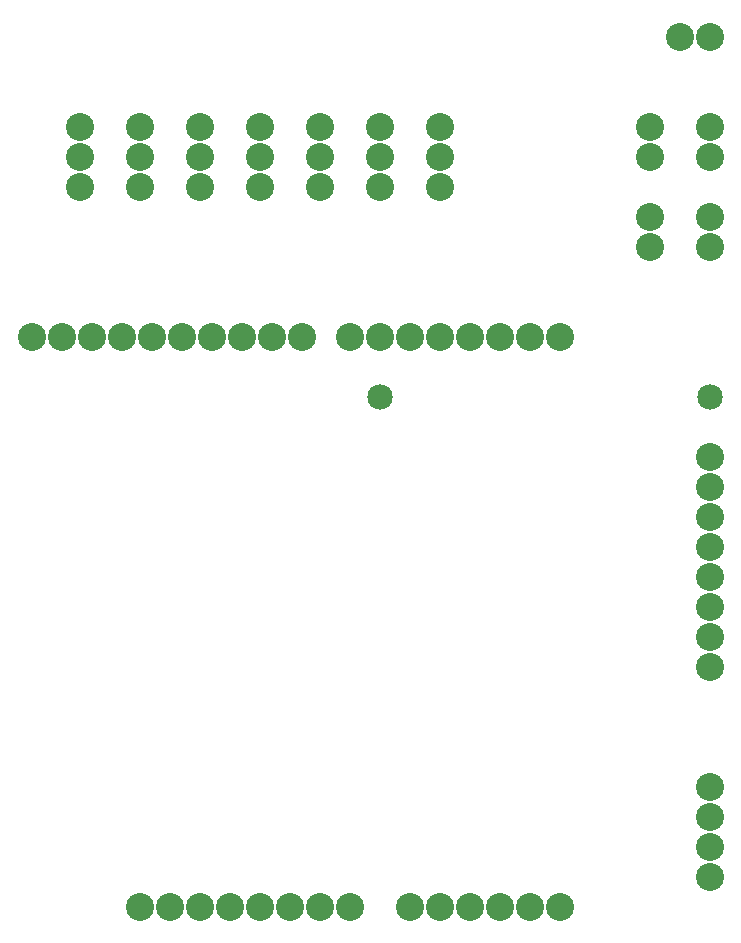
<source format=gbs>
G04 MADE WITH FRITZING*
G04 WWW.FRITZING.ORG*
G04 DOUBLE SIDED*
G04 HOLES PLATED*
G04 CONTOUR ON CENTER OF CONTOUR VECTOR*
%ASAXBY*%
%FSLAX23Y23*%
%MOIN*%
%OFA0B0*%
%SFA1.0B1.0*%
%ADD10C,0.093307*%
%ADD11C,0.085000*%
%LNMASK0*%
G90*
G70*
G54D10*
X2422Y767D03*
X2422Y667D03*
X2422Y567D03*
X2422Y467D03*
X2422Y2867D03*
X2422Y2967D03*
X2222Y2867D03*
X2222Y2967D03*
X2422Y2667D03*
X2422Y2567D03*
X2222Y2667D03*
X2222Y2567D03*
X2322Y3267D03*
X2422Y3267D03*
X2422Y1867D03*
X2422Y1767D03*
X2422Y1667D03*
X2422Y1567D03*
X2422Y1467D03*
X2422Y1367D03*
X2422Y1267D03*
X2422Y1167D03*
G54D11*
X1322Y2067D03*
X2422Y2067D03*
G54D10*
X161Y2267D03*
X261Y2267D03*
X361Y2267D03*
X461Y2267D03*
X561Y2267D03*
X661Y2267D03*
X761Y2267D03*
X861Y2267D03*
X961Y2267D03*
X1061Y2267D03*
X1222Y2267D03*
X1322Y2267D03*
X1422Y2267D03*
X1522Y2267D03*
X1622Y2267D03*
X1722Y2267D03*
X1822Y2267D03*
X1922Y2267D03*
X522Y367D03*
X622Y367D03*
X722Y367D03*
X822Y367D03*
X922Y367D03*
X1022Y367D03*
X1122Y367D03*
X1222Y367D03*
X1422Y367D03*
X1522Y367D03*
X1622Y367D03*
X1722Y367D03*
X1822Y367D03*
X1922Y367D03*
X1522Y2967D03*
X1522Y2867D03*
X1522Y2767D03*
X722Y2967D03*
X722Y2867D03*
X722Y2767D03*
X522Y2967D03*
X522Y2867D03*
X522Y2767D03*
X322Y2967D03*
X322Y2867D03*
X322Y2767D03*
X1122Y2967D03*
X1122Y2867D03*
X1122Y2767D03*
X922Y2967D03*
X922Y2867D03*
X922Y2767D03*
X1322Y2967D03*
X1322Y2867D03*
X1322Y2767D03*
G04 End of Mask0*
M02*
</source>
